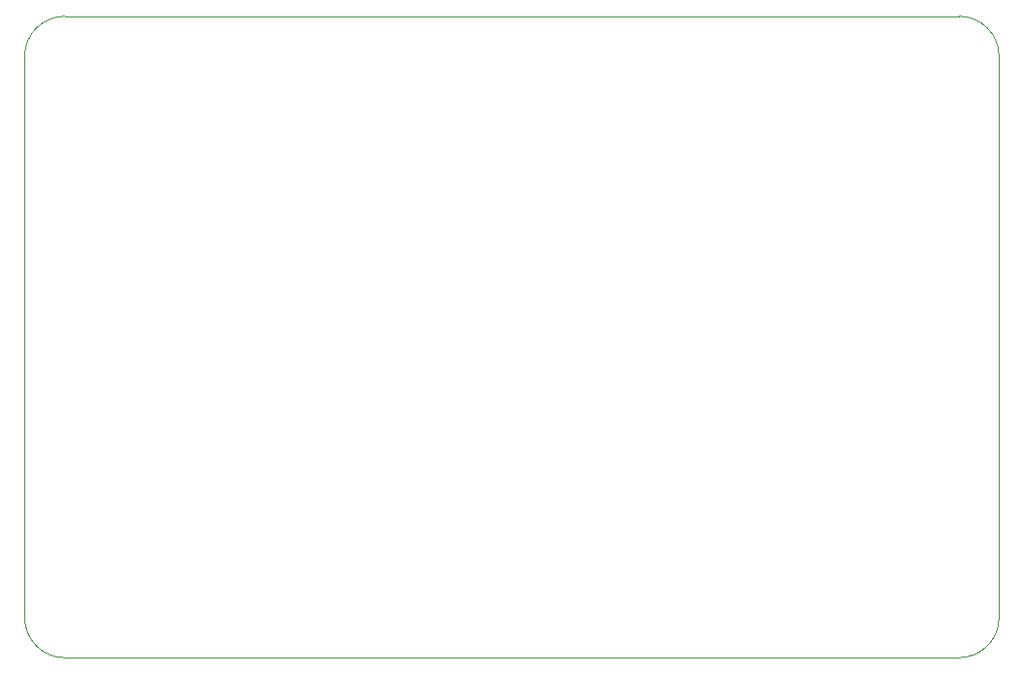
<source format=gbr>
G04 #@! TF.GenerationSoftware,KiCad,Pcbnew,5.1.4+dfsg1-1~bpo10+1*
G04 #@! TF.CreationDate,2021-09-08T12:00:35+01:00*
G04 #@! TF.ProjectId,Project01,50726f6a-6563-4743-9031-2e6b69636164,rev?*
G04 #@! TF.SameCoordinates,Original*
G04 #@! TF.FileFunction,Profile,NP*
%FSLAX46Y46*%
G04 Gerber Fmt 4.6, Leading zero omitted, Abs format (unit mm)*
G04 Created by KiCad (PCBNEW 5.1.4+dfsg1-1~bpo10+1) date 2021-09-08 12:00:35*
%MOMM*%
%LPD*%
G04 APERTURE LIST*
%ADD10C,0.050000*%
G04 APERTURE END LIST*
D10*
X114500000Y-88000000D02*
G75*
G02X118000000Y-84500000I3500000J0D01*
G01*
X196000000Y-84500000D02*
G75*
G02X199500000Y-88000000I0J-3500000D01*
G01*
X199500000Y-137000000D02*
G75*
G02X196000000Y-140500000I-3500000J0D01*
G01*
X118000000Y-140500000D02*
G75*
G02X114500000Y-137000000I0J3500000D01*
G01*
X118000000Y-140500000D02*
X196000000Y-140500000D01*
X114500000Y-88000000D02*
X114500000Y-137000000D01*
X196000000Y-84500000D02*
X118000000Y-84500000D01*
X199500000Y-137000000D02*
X199500000Y-88000000D01*
M02*

</source>
